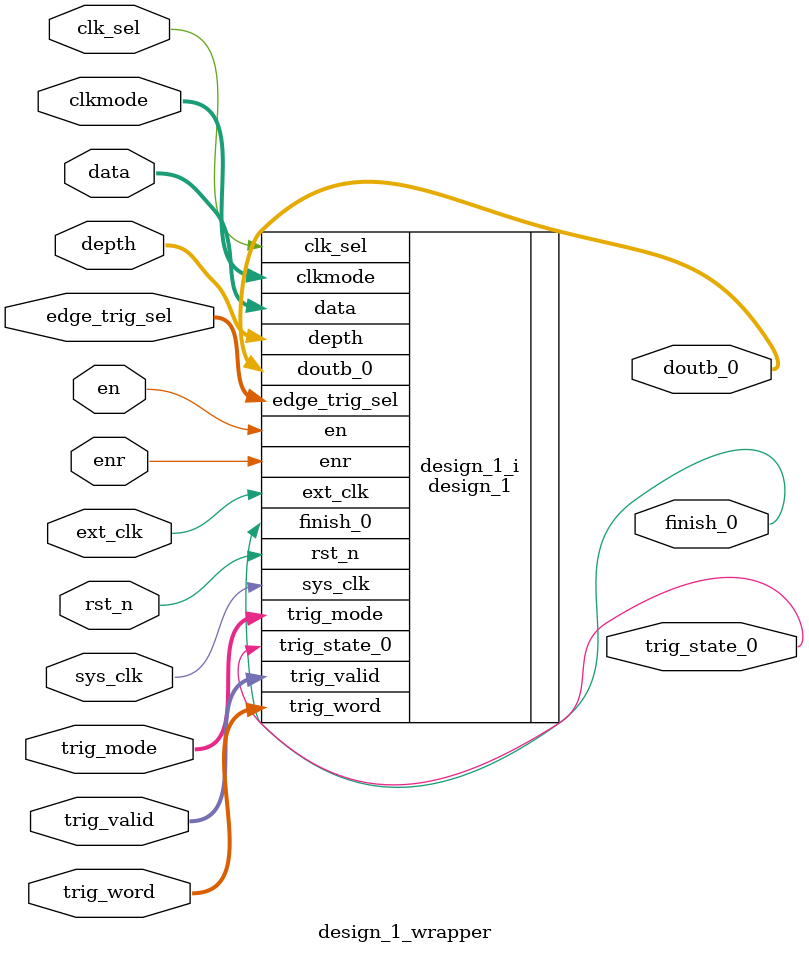
<source format=v>
`timescale 1 ps / 1 ps

module design_1_wrapper
   (clk_sel,
    clkmode,
    data,
    depth,
    doutb_0,
    edge_trig_sel,
    en,
    enr,
    ext_clk,
    finish_0,
    rst_n,
    sys_clk,
    trig_mode,
    trig_state_0,
    trig_valid,
    trig_word);
  input clk_sel;
  input [2:0]clkmode;
  input [7:0]data;
  input [15:0]depth;
  output [31:0]doutb_0;
  input [2:0]edge_trig_sel;
  input en;
  input enr;
  input ext_clk;
  output finish_0;
  input rst_n;
  input sys_clk;
  input [1:0]trig_mode;
  output trig_state_0;
  input [7:0]trig_valid;
  input [7:0]trig_word;

  wire clk_sel;
  wire [2:0]clkmode;
  wire [7:0]data;
  wire [15:0]depth;
  wire [31:0]doutb_0;
  wire [2:0]edge_trig_sel;
  wire en;
  wire enr;
  wire ext_clk;
  wire finish_0;
  wire rst_n;
  wire sys_clk;
  wire [1:0]trig_mode;
  wire trig_state_0;
  wire [7:0]trig_valid;
  wire [7:0]trig_word;

  design_1 design_1_i
       (.clk_sel(clk_sel),
        .clkmode(clkmode),
        .data(data),
        .depth(depth),
        .doutb_0(doutb_0),
        .edge_trig_sel(edge_trig_sel),
        .en(en),
        .enr(enr),
        .ext_clk(ext_clk),
        .finish_0(finish_0),
        .rst_n(rst_n),
        .sys_clk(sys_clk),
        .trig_mode(trig_mode),
        .trig_state_0(trig_state_0),
        .trig_valid(trig_valid),
        .trig_word(trig_word));
endmodule

</source>
